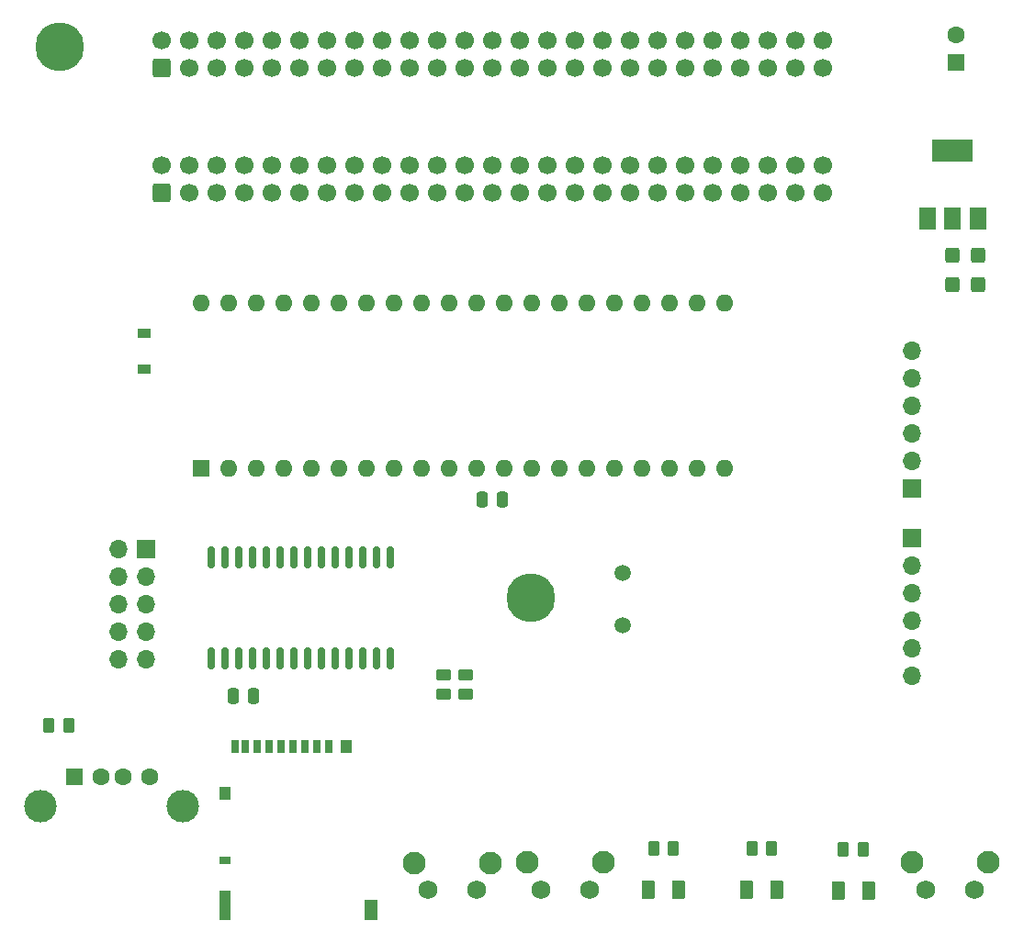
<source format=gbr>
%TF.GenerationSoftware,KiCad,Pcbnew,(6.0.7)*%
%TF.CreationDate,2023-01-02T01:59:54+00:00*%
%TF.ProjectId,CPC464-2MINIUSIFACII,43504334-3634-42d3-924d-494e49555349,rev?*%
%TF.SameCoordinates,Original*%
%TF.FileFunction,Soldermask,Top*%
%TF.FilePolarity,Negative*%
%FSLAX46Y46*%
G04 Gerber Fmt 4.6, Leading zero omitted, Abs format (unit mm)*
G04 Created by KiCad (PCBNEW (6.0.7)) date 2023-01-02 01:59:54*
%MOMM*%
%LPD*%
G01*
G04 APERTURE LIST*
G04 Aperture macros list*
%AMRoundRect*
0 Rectangle with rounded corners*
0 $1 Rounding radius*
0 $2 $3 $4 $5 $6 $7 $8 $9 X,Y pos of 4 corners*
0 Add a 4 corners polygon primitive as box body*
4,1,4,$2,$3,$4,$5,$6,$7,$8,$9,$2,$3,0*
0 Add four circle primitives for the rounded corners*
1,1,$1+$1,$2,$3*
1,1,$1+$1,$4,$5*
1,1,$1+$1,$6,$7*
1,1,$1+$1,$8,$9*
0 Add four rect primitives between the rounded corners*
20,1,$1+$1,$2,$3,$4,$5,0*
20,1,$1+$1,$4,$5,$6,$7,0*
20,1,$1+$1,$6,$7,$8,$9,0*
20,1,$1+$1,$8,$9,$2,$3,0*%
G04 Aperture macros list end*
%ADD10C,4.500000*%
%ADD11C,2.100000*%
%ADD12C,1.750000*%
%ADD13RoundRect,0.250000X0.600000X-0.600000X0.600000X0.600000X-0.600000X0.600000X-0.600000X-0.600000X0*%
%ADD14C,1.700000*%
%ADD15C,1.500000*%
%ADD16RoundRect,0.250000X-0.262500X-0.450000X0.262500X-0.450000X0.262500X0.450000X-0.262500X0.450000X0*%
%ADD17RoundRect,0.250000X-0.425000X0.450000X-0.425000X-0.450000X0.425000X-0.450000X0.425000X0.450000X0*%
%ADD18R,1.200000X0.900000*%
%ADD19R,1.700000X1.700000*%
%ADD20O,1.700000X1.700000*%
%ADD21R,0.700000X1.200000*%
%ADD22R,1.000000X0.800000*%
%ADD23R,1.000000X2.800000*%
%ADD24R,1.300000X1.900000*%
%ADD25R,1.000000X1.200000*%
%ADD26RoundRect,0.250000X-0.375000X-0.625000X0.375000X-0.625000X0.375000X0.625000X-0.375000X0.625000X0*%
%ADD27R,1.500000X2.000000*%
%ADD28R,3.800000X2.000000*%
%ADD29RoundRect,0.250000X0.450000X-0.262500X0.450000X0.262500X-0.450000X0.262500X-0.450000X-0.262500X0*%
%ADD30RoundRect,0.250000X-0.250000X-0.475000X0.250000X-0.475000X0.250000X0.475000X-0.250000X0.475000X0*%
%ADD31R,1.600000X1.600000*%
%ADD32C,1.600000*%
%ADD33R,1.600000X1.500000*%
%ADD34C,3.000000*%
%ADD35RoundRect,0.150000X0.150000X-0.875000X0.150000X0.875000X-0.150000X0.875000X-0.150000X-0.875000X0*%
%ADD36O,1.600000X1.600000*%
G04 APERTURE END LIST*
D10*
%TO.C,H7*%
X81706800Y-76779200D03*
%TD*%
D11*
%TO.C,SW1052*%
X88346600Y-101167400D03*
X81336600Y-101167400D03*
D12*
X87096600Y-103657400D03*
X82596600Y-103657400D03*
%TD*%
D13*
%TO.C,CE1050*%
X47675800Y-27889200D03*
D14*
X47675800Y-25349200D03*
X50215800Y-27889200D03*
X50215800Y-25349200D03*
X52755800Y-27889200D03*
X52755800Y-25349200D03*
X55295800Y-27889200D03*
X55295800Y-25349200D03*
X57835800Y-27889200D03*
X57835800Y-25349200D03*
X60375800Y-27889200D03*
X60375800Y-25349200D03*
X62915800Y-27889200D03*
X62915800Y-25349200D03*
X65455800Y-27889200D03*
X65455800Y-25349200D03*
X67995800Y-27889200D03*
X67995800Y-25349200D03*
X70535800Y-27889200D03*
X70535800Y-25349200D03*
X73075800Y-27889200D03*
X73075800Y-25349200D03*
X75615800Y-27889200D03*
X75615800Y-25349200D03*
X78155800Y-27889200D03*
X78155800Y-25349200D03*
X80695800Y-27889200D03*
X80695800Y-25349200D03*
X83235800Y-27889200D03*
X83235800Y-25349200D03*
X85775800Y-27889200D03*
X85775800Y-25349200D03*
X88315800Y-27889200D03*
X88315800Y-25349200D03*
X90855800Y-27889200D03*
X90855800Y-25349200D03*
X93395800Y-27889200D03*
X93395800Y-25349200D03*
X95935800Y-27889200D03*
X95935800Y-25349200D03*
X98475800Y-27889200D03*
X98475800Y-25349200D03*
X101015800Y-27889200D03*
X101015800Y-25349200D03*
X103555800Y-27889200D03*
X103555800Y-25349200D03*
X106095800Y-27889200D03*
X106095800Y-25349200D03*
X108635800Y-27889200D03*
X108635800Y-25349200D03*
%TD*%
D15*
%TO.C,Y1060*%
X90180000Y-74450000D03*
X90180000Y-79330000D03*
%TD*%
D10*
%TO.C,H1*%
X38272800Y-25979200D03*
%TD*%
D16*
%TO.C,R1061*%
X37277500Y-88490000D03*
X39102500Y-88490000D03*
%TD*%
%TO.C,R1050*%
X93016700Y-99872800D03*
X94841700Y-99872800D03*
%TD*%
D17*
%TO.C,C1060*%
X122910600Y-45208200D03*
X122910600Y-47908200D03*
%TD*%
D18*
%TO.C,D1053*%
X46020000Y-52340000D03*
X46020000Y-55640000D03*
%TD*%
D19*
%TO.C,J1062*%
X46235000Y-72290000D03*
D20*
X43695000Y-72290000D03*
X46235000Y-74830000D03*
X43695000Y-74830000D03*
X46235000Y-77370000D03*
X43695000Y-77370000D03*
X46235000Y-79910000D03*
X43695000Y-79910000D03*
X46235000Y-82450000D03*
X43695000Y-82450000D03*
%TD*%
D21*
%TO.C,J1061*%
X63095400Y-90470200D03*
X61995400Y-90470200D03*
X60895400Y-90470200D03*
X59795400Y-90470200D03*
X58695400Y-90470200D03*
X57595400Y-90470200D03*
X56495400Y-90470200D03*
X55395400Y-90470200D03*
X54445400Y-90470200D03*
D22*
X53495400Y-100970200D03*
D23*
X53495400Y-105120200D03*
D24*
X66995400Y-105570200D03*
D25*
X64645400Y-90470200D03*
X53495400Y-94770200D03*
%TD*%
D26*
%TO.C,D1051*%
X101622400Y-103708200D03*
X104422400Y-103708200D03*
%TD*%
D19*
%TO.C,J1050*%
X116815400Y-66675000D03*
D20*
X116815400Y-64135000D03*
X116815400Y-61595000D03*
X116815400Y-59055000D03*
X116815400Y-56515000D03*
X116815400Y-53975000D03*
%TD*%
D11*
%TO.C,SW1050*%
X116871200Y-101167400D03*
X123881200Y-101167400D03*
D12*
X122631200Y-103657400D03*
X118131200Y-103657400D03*
%TD*%
D16*
%TO.C,R1051*%
X102089900Y-99872800D03*
X103914900Y-99872800D03*
%TD*%
D17*
%TO.C,C1061*%
X120599200Y-45208200D03*
X120599200Y-47908200D03*
%TD*%
D27*
%TO.C,IC1060*%
X118299200Y-41808800D03*
D28*
X120599200Y-35508800D03*
D27*
X120599200Y-41808800D03*
X122899200Y-41808800D03*
%TD*%
D13*
%TO.C,CE1051*%
X47675800Y-39436700D03*
D14*
X47675800Y-36896700D03*
X50215800Y-39436700D03*
X50215800Y-36896700D03*
X52755800Y-39436700D03*
X52755800Y-36896700D03*
X55295800Y-39436700D03*
X55295800Y-36896700D03*
X57835800Y-39436700D03*
X57835800Y-36896700D03*
X60375800Y-39436700D03*
X60375800Y-36896700D03*
X62915800Y-39436700D03*
X62915800Y-36896700D03*
X65455800Y-39436700D03*
X65455800Y-36896700D03*
X67995800Y-39436700D03*
X67995800Y-36896700D03*
X70535800Y-39436700D03*
X70535800Y-36896700D03*
X73075800Y-39436700D03*
X73075800Y-36896700D03*
X75615800Y-39436700D03*
X75615800Y-36896700D03*
X78155800Y-39436700D03*
X78155800Y-36896700D03*
X80695800Y-39436700D03*
X80695800Y-36896700D03*
X83235800Y-39436700D03*
X83235800Y-36896700D03*
X85775800Y-39436700D03*
X85775800Y-36896700D03*
X88315800Y-39436700D03*
X88315800Y-36896700D03*
X90855800Y-39436700D03*
X90855800Y-36896700D03*
X93395800Y-39436700D03*
X93395800Y-36896700D03*
X95935800Y-39436700D03*
X95935800Y-36896700D03*
X98475800Y-39436700D03*
X98475800Y-36896700D03*
X101015800Y-39436700D03*
X101015800Y-36896700D03*
X103555800Y-39436700D03*
X103555800Y-36896700D03*
X106095800Y-39436700D03*
X106095800Y-36896700D03*
X108635800Y-39436700D03*
X108635800Y-36896700D03*
%TD*%
D29*
%TO.C,R1062*%
X73683400Y-85658300D03*
X73683400Y-83833300D03*
%TD*%
D30*
%TO.C,C1062*%
X54269600Y-85775800D03*
X56169600Y-85775800D03*
%TD*%
D31*
%TO.C,C1051*%
X120929400Y-27392000D03*
D32*
X120929400Y-24892000D03*
%TD*%
D30*
%TO.C,C1050*%
X77193200Y-67735600D03*
X79093200Y-67735600D03*
%TD*%
D33*
%TO.C,J1060*%
X39578400Y-93268200D03*
D32*
X42078400Y-93268200D03*
X44078400Y-93268200D03*
X46578400Y-93268200D03*
D34*
X49648400Y-95978200D03*
X36508400Y-95978200D03*
%TD*%
D29*
%TO.C,R1063*%
X75690000Y-85658300D03*
X75690000Y-83833300D03*
%TD*%
D26*
%TO.C,D1060*%
X110024400Y-103759000D03*
X112824400Y-103759000D03*
%TD*%
D19*
%TO.C,J1051*%
X116865400Y-71247000D03*
D20*
X116865400Y-73787000D03*
X116865400Y-76327000D03*
X116865400Y-78867000D03*
X116865400Y-81407000D03*
X116865400Y-83947000D03*
%TD*%
D11*
%TO.C,SW1051*%
X70922600Y-101192800D03*
X77932600Y-101192800D03*
D12*
X76682600Y-103682800D03*
X72182600Y-103682800D03*
%TD*%
D16*
%TO.C,R1060*%
X110491900Y-99923600D03*
X112316900Y-99923600D03*
%TD*%
D35*
%TO.C,IC1061*%
X52195000Y-82360000D03*
X53465000Y-82360000D03*
X54735000Y-82360000D03*
X56005000Y-82360000D03*
X57275000Y-82360000D03*
X58545000Y-82360000D03*
X59815000Y-82360000D03*
X61085000Y-82360000D03*
X62355000Y-82360000D03*
X63625000Y-82360000D03*
X64895000Y-82360000D03*
X66165000Y-82360000D03*
X67435000Y-82360000D03*
X68705000Y-82360000D03*
X68705000Y-73060000D03*
X67435000Y-73060000D03*
X66165000Y-73060000D03*
X64895000Y-73060000D03*
X63625000Y-73060000D03*
X62355000Y-73060000D03*
X61085000Y-73060000D03*
X59815000Y-73060000D03*
X58545000Y-73060000D03*
X57275000Y-73060000D03*
X56005000Y-73060000D03*
X54735000Y-73060000D03*
X53465000Y-73060000D03*
X52195000Y-73060000D03*
%TD*%
D31*
%TO.C,IC1050*%
X51275000Y-64845000D03*
D36*
X53815000Y-64845000D03*
X56355000Y-64845000D03*
X58895000Y-64845000D03*
X61435000Y-64845000D03*
X63975000Y-64845000D03*
X66515000Y-64845000D03*
X69055000Y-64845000D03*
X71595000Y-64845000D03*
X74135000Y-64845000D03*
X76675000Y-64845000D03*
X79215000Y-64845000D03*
X81755000Y-64845000D03*
X84295000Y-64845000D03*
X86835000Y-64845000D03*
X89375000Y-64845000D03*
X91915000Y-64845000D03*
X94455000Y-64845000D03*
X96995000Y-64845000D03*
X99535000Y-64845000D03*
X99535000Y-49605000D03*
X96995000Y-49605000D03*
X94455000Y-49605000D03*
X91915000Y-49605000D03*
X89375000Y-49605000D03*
X86835000Y-49605000D03*
X84295000Y-49605000D03*
X81755000Y-49605000D03*
X79215000Y-49605000D03*
X76675000Y-49605000D03*
X74135000Y-49605000D03*
X71595000Y-49605000D03*
X69055000Y-49605000D03*
X66515000Y-49605000D03*
X63975000Y-49605000D03*
X61435000Y-49605000D03*
X58895000Y-49605000D03*
X56355000Y-49605000D03*
X53815000Y-49605000D03*
X51275000Y-49605000D03*
%TD*%
D26*
%TO.C,D1050*%
X92549200Y-103708200D03*
X95349200Y-103708200D03*
%TD*%
M02*

</source>
